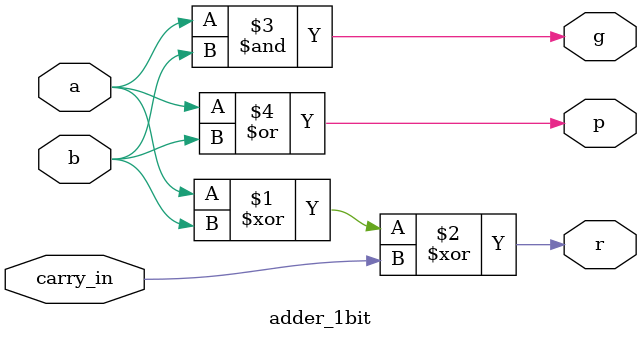
<source format=v>
`timescale 1ns / 1ps

module adder_1bit(a,b,carry_in,r,g,p);
    input a; //1位输入数
    input b; //1位输入数
    input carry_in; //进位
    output r; //结果
    output g; //产生
    output p; //传导
    
    assign r=a^b^carry_in;
    assign g=a&b;
    assign p=a|b;
    
endmodule

</source>
